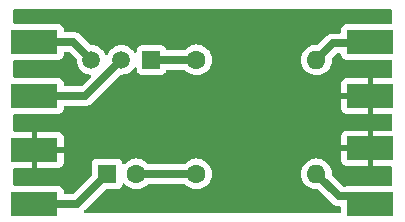
<source format=gbr>
%TF.GenerationSoftware,KiCad,Pcbnew,7.0.9*%
%TF.CreationDate,2024-01-11T06:03:18-08:00*%
%TF.ProjectId,genesis_s-video_simple,67656e65-7369-4735-9f73-2d766964656f,rev?*%
%TF.SameCoordinates,Original*%
%TF.FileFunction,Copper,L1,Top*%
%TF.FilePolarity,Positive*%
%FSLAX46Y46*%
G04 Gerber Fmt 4.6, Leading zero omitted, Abs format (unit mm)*
G04 Created by KiCad (PCBNEW 7.0.9) date 2024-01-11 06:03:18*
%MOMM*%
%LPD*%
G01*
G04 APERTURE LIST*
%TA.AperFunction,ComponentPad*%
%ADD10C,1.500000*%
%TD*%
%TA.AperFunction,ComponentPad*%
%ADD11R,1.500000X1.500000*%
%TD*%
%TA.AperFunction,SMDPad,CuDef*%
%ADD12R,4.006000X2.000000*%
%TD*%
%TA.AperFunction,ComponentPad*%
%ADD13R,1.600000X1.600000*%
%TD*%
%TA.AperFunction,ComponentPad*%
%ADD14C,1.600000*%
%TD*%
%TA.AperFunction,ComponentPad*%
%ADD15O,1.600000X1.600000*%
%TD*%
%TA.AperFunction,ViaPad*%
%ADD16C,0.800000*%
%TD*%
%TA.AperFunction,Conductor*%
%ADD17C,0.650000*%
%TD*%
G04 APERTURE END LIST*
D10*
%TO.P,Q1,3,C*%
%TO.N,+5V*%
X112522000Y-80772000D03*
%TO.P,Q1,2,B*%
%TO.N,Net-(J1-Pin_1)*%
X115062000Y-80772000D03*
D11*
%TO.P,Q1,1,E*%
%TO.N,Net-(Q2-E)*%
X117602000Y-80772000D03*
%TD*%
D12*
%TO.P,J8,1,Pin_1*%
%TO.N,GND*%
X136141000Y-83820000D03*
%TD*%
%TO.P,J6,1,Pin_1*%
%TO.N,GND*%
X107693000Y-88392000D03*
%TD*%
%TO.P,J5,1,Pin_1*%
%TO.N,Net-(J5-Pin_1)*%
X136141000Y-92964000D03*
%TD*%
%TO.P,J2,1,Pin_1*%
%TO.N,Net-(J2-Pin_1)*%
X107696000Y-92964000D03*
%TD*%
%TO.P,J4,1,Pin_1*%
%TO.N,Net-(J4-Pin_1)*%
X136141000Y-79248000D03*
%TD*%
D13*
%TO.P,C1,1*%
%TO.N,Net-(J2-Pin_1)*%
X113832000Y-90424000D03*
D14*
%TO.P,C1,2*%
%TO.N,Net-(C1-Pad2)*%
X116332000Y-90424000D03*
%TD*%
D12*
%TO.P,J7,1,Pin_1*%
%TO.N,GND*%
X136144000Y-88265000D03*
%TD*%
%TO.P,J3,1,Pin_1*%
%TO.N,+5V*%
X107696000Y-79248000D03*
%TD*%
D14*
%TO.P,R2,1*%
%TO.N,Net-(Q2-E)*%
X121412000Y-80772000D03*
D15*
%TO.P,R2,2*%
%TO.N,Net-(J4-Pin_1)*%
X131572000Y-80772000D03*
%TD*%
D14*
%TO.P,R1,1*%
%TO.N,Net-(C1-Pad2)*%
X121412000Y-90424000D03*
D15*
%TO.P,R1,2*%
%TO.N,Net-(J5-Pin_1)*%
X131572000Y-90424000D03*
%TD*%
D12*
%TO.P,J1,1,Pin_1*%
%TO.N,Net-(J1-Pin_1)*%
X107696000Y-83820000D03*
%TD*%
D16*
%TO.N,GND*%
X128524000Y-90424000D03*
X124460000Y-90424000D03*
X110236000Y-81534000D03*
X128524000Y-80772000D03*
X124460000Y-80772000D03*
%TD*%
D17*
%TO.N,Net-(J5-Pin_1)*%
X135506000Y-92329000D02*
X136141000Y-92964000D01*
X131572000Y-90424000D02*
X133477000Y-92329000D01*
X133477000Y-92329000D02*
X135506000Y-92329000D01*
%TO.N,Net-(C1-Pad2)*%
X116332000Y-90424000D02*
X121412000Y-90424000D01*
%TO.N,Net-(J2-Pin_1)*%
X111292000Y-92964000D02*
X113832000Y-90424000D01*
X107696000Y-92964000D02*
X111292000Y-92964000D01*
%TO.N,Net-(J4-Pin_1)*%
X136014000Y-79375000D02*
X136141000Y-79248000D01*
X132969000Y-79375000D02*
X136014000Y-79375000D01*
X131572000Y-80772000D02*
X132969000Y-79375000D01*
%TO.N,Net-(Q2-E)*%
X117602000Y-80772000D02*
X121412000Y-80772000D01*
%TO.N,Net-(J1-Pin_1)*%
X107696000Y-83820000D02*
X112014000Y-83820000D01*
X112014000Y-83820000D02*
X115062000Y-80772000D01*
%TO.N,+5V*%
X110998000Y-79248000D02*
X112522000Y-80772000D01*
X107696000Y-79248000D02*
X110998000Y-79248000D01*
%TD*%
%TA.AperFunction,Conductor*%
%TO.N,GND*%
G36*
X137890439Y-76473685D02*
G01*
X137936194Y-76526489D01*
X137947400Y-76578000D01*
X137947400Y-77623500D01*
X137927715Y-77690539D01*
X137874911Y-77736294D01*
X137823400Y-77747500D01*
X134090129Y-77747500D01*
X134090123Y-77747501D01*
X134030516Y-77753908D01*
X133895671Y-77804202D01*
X133895664Y-77804206D01*
X133780455Y-77890452D01*
X133780452Y-77890455D01*
X133694206Y-78005664D01*
X133694202Y-78005671D01*
X133643908Y-78140517D01*
X133637501Y-78200116D01*
X133637501Y-78200123D01*
X133637500Y-78200135D01*
X133637500Y-78425500D01*
X133617815Y-78492539D01*
X133565011Y-78538294D01*
X133513500Y-78549500D01*
X133005073Y-78549500D01*
X133000038Y-78549295D01*
X132946516Y-78544936D01*
X132868639Y-78555547D01*
X132790492Y-78564046D01*
X132787208Y-78564769D01*
X132771832Y-78568372D01*
X132768602Y-78569176D01*
X132694819Y-78596282D01*
X132620337Y-78621378D01*
X132617304Y-78622781D01*
X132602989Y-78629641D01*
X132600061Y-78631093D01*
X132533822Y-78673433D01*
X132466483Y-78713950D01*
X132466481Y-78713951D01*
X132466474Y-78713956D01*
X132463812Y-78715979D01*
X132451311Y-78725753D01*
X132448764Y-78727800D01*
X132393181Y-78783384D01*
X132336127Y-78837427D01*
X132333929Y-78840015D01*
X132321451Y-78855113D01*
X131739815Y-79436749D01*
X131678492Y-79470234D01*
X131641329Y-79472596D01*
X131572004Y-79466532D01*
X131571998Y-79466532D01*
X131345313Y-79486364D01*
X131345302Y-79486366D01*
X131125511Y-79545258D01*
X131125502Y-79545261D01*
X130919267Y-79641431D01*
X130919265Y-79641432D01*
X130732858Y-79771954D01*
X130571954Y-79932858D01*
X130441432Y-80119265D01*
X130441431Y-80119267D01*
X130345261Y-80325502D01*
X130345258Y-80325511D01*
X130286366Y-80545302D01*
X130286364Y-80545313D01*
X130266532Y-80771998D01*
X130266532Y-80772001D01*
X130286364Y-80998686D01*
X130286366Y-80998697D01*
X130345258Y-81218488D01*
X130345261Y-81218497D01*
X130441431Y-81424732D01*
X130441432Y-81424734D01*
X130571954Y-81611141D01*
X130732858Y-81772045D01*
X130732861Y-81772047D01*
X130919266Y-81902568D01*
X131125504Y-81998739D01*
X131125509Y-81998740D01*
X131125511Y-81998741D01*
X131160839Y-82008207D01*
X131345308Y-82057635D01*
X131507230Y-82071801D01*
X131571998Y-82077468D01*
X131572000Y-82077468D01*
X131572002Y-82077468D01*
X131628673Y-82072509D01*
X131798692Y-82057635D01*
X132018496Y-81998739D01*
X132224734Y-81902568D01*
X132411139Y-81772047D01*
X132572047Y-81611139D01*
X132702568Y-81424734D01*
X132798739Y-81218496D01*
X132857635Y-80998692D01*
X132877468Y-80772000D01*
X132871402Y-80702670D01*
X132885168Y-80634172D01*
X132907245Y-80604187D01*
X133274615Y-80236819D01*
X133335938Y-80203334D01*
X133362296Y-80200500D01*
X133515864Y-80200500D01*
X133582903Y-80220185D01*
X133628658Y-80272989D01*
X133639154Y-80311248D01*
X133643908Y-80355483D01*
X133694202Y-80490328D01*
X133694206Y-80490335D01*
X133780452Y-80605544D01*
X133780455Y-80605547D01*
X133895664Y-80691793D01*
X133895671Y-80691797D01*
X134030517Y-80742091D01*
X134030516Y-80742091D01*
X134037444Y-80742835D01*
X134090127Y-80748500D01*
X137823400Y-80748499D01*
X137890439Y-80768184D01*
X137936194Y-80820988D01*
X137947400Y-80872499D01*
X137947400Y-82196000D01*
X137927715Y-82263039D01*
X137874911Y-82308794D01*
X137823400Y-82320000D01*
X136391000Y-82320000D01*
X136391000Y-85320000D01*
X137823400Y-85320000D01*
X137890439Y-85339685D01*
X137936194Y-85392489D01*
X137947400Y-85444000D01*
X137947400Y-86641000D01*
X137927715Y-86708039D01*
X137874911Y-86753794D01*
X137823400Y-86765000D01*
X136394000Y-86765000D01*
X136394000Y-89765000D01*
X137823400Y-89765000D01*
X137890439Y-89784685D01*
X137936194Y-89837489D01*
X137947400Y-89889000D01*
X137947400Y-91339500D01*
X137927715Y-91406539D01*
X137874911Y-91452294D01*
X137823400Y-91463500D01*
X134090129Y-91463500D01*
X134090123Y-91463501D01*
X134030516Y-91469908D01*
X133961416Y-91495682D01*
X133918083Y-91503500D01*
X133870295Y-91503500D01*
X133803256Y-91483815D01*
X133782614Y-91467181D01*
X132907249Y-90591815D01*
X132873764Y-90530492D01*
X132871402Y-90493330D01*
X132877468Y-90424000D01*
X132857635Y-90197308D01*
X132798739Y-89977504D01*
X132702568Y-89771266D01*
X132572047Y-89584861D01*
X132572045Y-89584858D01*
X132411141Y-89423954D01*
X132224734Y-89293432D01*
X132224732Y-89293431D01*
X132018497Y-89197261D01*
X132018488Y-89197258D01*
X131798697Y-89138366D01*
X131798693Y-89138365D01*
X131798692Y-89138365D01*
X131798691Y-89138364D01*
X131798686Y-89138364D01*
X131572002Y-89118532D01*
X131571998Y-89118532D01*
X131345313Y-89138364D01*
X131345302Y-89138366D01*
X131125511Y-89197258D01*
X131125502Y-89197261D01*
X130919267Y-89293431D01*
X130919265Y-89293432D01*
X130732858Y-89423954D01*
X130571954Y-89584858D01*
X130441432Y-89771265D01*
X130441431Y-89771267D01*
X130345261Y-89977502D01*
X130345258Y-89977511D01*
X130286366Y-90197302D01*
X130286364Y-90197313D01*
X130266532Y-90423998D01*
X130266532Y-90424001D01*
X130286364Y-90650686D01*
X130286366Y-90650697D01*
X130345258Y-90870488D01*
X130345261Y-90870497D01*
X130441431Y-91076732D01*
X130441432Y-91076734D01*
X130571954Y-91263141D01*
X130732858Y-91424045D01*
X130732861Y-91424047D01*
X130919266Y-91554568D01*
X131125504Y-91650739D01*
X131345308Y-91709635D01*
X131507230Y-91723801D01*
X131571998Y-91729468D01*
X131571999Y-91729468D01*
X131571999Y-91729467D01*
X131572000Y-91729468D01*
X131641328Y-91723402D01*
X131709827Y-91737168D01*
X131739816Y-91759249D01*
X132867778Y-92887211D01*
X132871173Y-92890893D01*
X132905956Y-92931843D01*
X132968535Y-92979415D01*
X133029791Y-93028653D01*
X133029795Y-93028655D01*
X133032728Y-93030530D01*
X133045973Y-93038745D01*
X133048904Y-93040509D01*
X133120231Y-93073508D01*
X133155730Y-93091114D01*
X133190650Y-93108433D01*
X133190651Y-93108433D01*
X133190653Y-93108434D01*
X133193896Y-93109625D01*
X133208543Y-93114782D01*
X133211865Y-93115902D01*
X133288621Y-93132796D01*
X133364893Y-93151765D01*
X133368377Y-93152239D01*
X133383759Y-93154123D01*
X133387220Y-93154500D01*
X133465811Y-93154500D01*
X133516861Y-93155883D01*
X133583340Y-93177375D01*
X133627649Y-93231398D01*
X133637501Y-93279837D01*
X133637501Y-93602000D01*
X133617816Y-93669039D01*
X133565012Y-93714794D01*
X133513501Y-93726000D01*
X111999163Y-93726000D01*
X111932124Y-93706315D01*
X111886369Y-93653511D01*
X111876425Y-93584353D01*
X111905450Y-93520797D01*
X111913888Y-93511977D01*
X111924873Y-93501571D01*
X111927126Y-93498917D01*
X111939551Y-93483880D01*
X113662614Y-91760818D01*
X113723937Y-91727333D01*
X113750295Y-91724499D01*
X114679871Y-91724499D01*
X114679872Y-91724499D01*
X114739483Y-91718091D01*
X114874331Y-91667796D01*
X114989546Y-91581546D01*
X115075796Y-91466331D01*
X115126091Y-91331483D01*
X115126092Y-91331472D01*
X115127365Y-91326088D01*
X115161933Y-91265369D01*
X115223841Y-91232978D01*
X115293433Y-91239199D01*
X115335725Y-91266912D01*
X115492858Y-91424045D01*
X115492861Y-91424047D01*
X115679266Y-91554568D01*
X115885504Y-91650739D01*
X116105308Y-91709635D01*
X116267230Y-91723801D01*
X116331998Y-91729468D01*
X116332000Y-91729468D01*
X116332002Y-91729468D01*
X116388807Y-91724498D01*
X116558692Y-91709635D01*
X116778496Y-91650739D01*
X116984734Y-91554568D01*
X117171139Y-91424047D01*
X117204175Y-91391011D01*
X117309368Y-91285819D01*
X117370691Y-91252334D01*
X117397049Y-91249500D01*
X120346951Y-91249500D01*
X120413990Y-91269185D01*
X120434632Y-91285819D01*
X120572858Y-91424045D01*
X120572861Y-91424047D01*
X120759266Y-91554568D01*
X120965504Y-91650739D01*
X121185308Y-91709635D01*
X121347230Y-91723801D01*
X121411998Y-91729468D01*
X121412000Y-91729468D01*
X121412002Y-91729468D01*
X121468807Y-91724498D01*
X121638692Y-91709635D01*
X121858496Y-91650739D01*
X122064734Y-91554568D01*
X122251139Y-91424047D01*
X122412047Y-91263139D01*
X122542568Y-91076734D01*
X122638739Y-90870496D01*
X122697635Y-90650692D01*
X122717468Y-90424000D01*
X122697635Y-90197308D01*
X122638739Y-89977504D01*
X122542568Y-89771266D01*
X122412047Y-89584861D01*
X122412045Y-89584858D01*
X122251141Y-89423954D01*
X122064734Y-89293432D01*
X122064732Y-89293431D01*
X121858497Y-89197261D01*
X121858488Y-89197258D01*
X121638697Y-89138366D01*
X121638693Y-89138365D01*
X121638692Y-89138365D01*
X121638691Y-89138364D01*
X121638686Y-89138364D01*
X121412002Y-89118532D01*
X121411998Y-89118532D01*
X121185313Y-89138364D01*
X121185302Y-89138366D01*
X120965511Y-89197258D01*
X120965502Y-89197261D01*
X120759267Y-89293431D01*
X120759265Y-89293432D01*
X120572858Y-89423954D01*
X120434632Y-89562181D01*
X120373309Y-89595666D01*
X120346951Y-89598500D01*
X117397049Y-89598500D01*
X117330010Y-89578815D01*
X117309368Y-89562181D01*
X117171141Y-89423954D01*
X116984734Y-89293432D01*
X116984732Y-89293431D01*
X116778497Y-89197261D01*
X116778488Y-89197258D01*
X116558697Y-89138366D01*
X116558693Y-89138365D01*
X116558692Y-89138365D01*
X116558691Y-89138364D01*
X116558686Y-89138364D01*
X116332002Y-89118532D01*
X116331998Y-89118532D01*
X116105313Y-89138364D01*
X116105302Y-89138366D01*
X115885511Y-89197258D01*
X115885502Y-89197261D01*
X115679267Y-89293431D01*
X115679265Y-89293432D01*
X115492862Y-89423951D01*
X115335726Y-89581087D01*
X115274403Y-89614571D01*
X115204711Y-89609587D01*
X115148778Y-89567715D01*
X115127369Y-89521923D01*
X115126091Y-89516518D01*
X115097487Y-89439827D01*
X115075796Y-89381669D01*
X115075795Y-89381668D01*
X115075793Y-89381664D01*
X114989547Y-89266455D01*
X114989544Y-89266452D01*
X114874335Y-89180206D01*
X114874328Y-89180202D01*
X114739482Y-89129908D01*
X114739483Y-89129908D01*
X114679883Y-89123501D01*
X114679881Y-89123500D01*
X114679873Y-89123500D01*
X114679864Y-89123500D01*
X112984129Y-89123500D01*
X112984123Y-89123501D01*
X112924516Y-89129908D01*
X112789671Y-89180202D01*
X112789664Y-89180206D01*
X112674455Y-89266452D01*
X112674452Y-89266455D01*
X112588206Y-89381664D01*
X112588202Y-89381671D01*
X112537908Y-89516517D01*
X112531501Y-89576116D01*
X112531500Y-89576135D01*
X112531500Y-90505703D01*
X112511815Y-90572742D01*
X112495181Y-90593384D01*
X110986385Y-92102181D01*
X110925062Y-92135666D01*
X110898704Y-92138500D01*
X110323499Y-92138500D01*
X110256460Y-92118815D01*
X110210705Y-92066011D01*
X110199499Y-92014500D01*
X110199499Y-91916129D01*
X110199498Y-91916123D01*
X110193091Y-91856516D01*
X110142797Y-91721671D01*
X110142793Y-91721664D01*
X110056547Y-91606455D01*
X110056544Y-91606452D01*
X109941335Y-91520206D01*
X109941328Y-91520202D01*
X109806482Y-91469908D01*
X109806483Y-91469908D01*
X109746883Y-91463501D01*
X109746881Y-91463500D01*
X109746873Y-91463500D01*
X109746865Y-91463500D01*
X106042000Y-91463500D01*
X105974961Y-91443815D01*
X105929206Y-91391011D01*
X105918000Y-91339500D01*
X105918000Y-90016000D01*
X105937685Y-89948961D01*
X105990489Y-89903206D01*
X106042000Y-89892000D01*
X107443000Y-89892000D01*
X107443000Y-88642000D01*
X107943000Y-88642000D01*
X107943000Y-89892000D01*
X109743828Y-89892000D01*
X109743844Y-89891999D01*
X109803372Y-89885598D01*
X109803379Y-89885596D01*
X109938086Y-89835354D01*
X109938093Y-89835350D01*
X110053187Y-89749190D01*
X110053190Y-89749187D01*
X110139350Y-89634093D01*
X110139354Y-89634086D01*
X110189596Y-89499379D01*
X110189598Y-89499372D01*
X110195999Y-89439844D01*
X110196000Y-89439827D01*
X110196000Y-88642000D01*
X107943000Y-88642000D01*
X107443000Y-88642000D01*
X107443000Y-88515000D01*
X133641000Y-88515000D01*
X133641000Y-89312844D01*
X133647401Y-89372372D01*
X133647403Y-89372379D01*
X133697645Y-89507086D01*
X133697649Y-89507093D01*
X133783809Y-89622187D01*
X133783812Y-89622190D01*
X133898906Y-89708350D01*
X133898913Y-89708354D01*
X134033620Y-89758596D01*
X134033627Y-89758598D01*
X134093155Y-89764999D01*
X134093172Y-89765000D01*
X135894000Y-89765000D01*
X135894000Y-88515000D01*
X133641000Y-88515000D01*
X107443000Y-88515000D01*
X107443000Y-86892000D01*
X107943000Y-86892000D01*
X107943000Y-88142000D01*
X110196000Y-88142000D01*
X110196000Y-88015000D01*
X133641000Y-88015000D01*
X135894000Y-88015000D01*
X135894000Y-86765000D01*
X134093155Y-86765000D01*
X134033627Y-86771401D01*
X134033620Y-86771403D01*
X133898913Y-86821645D01*
X133898906Y-86821649D01*
X133783812Y-86907809D01*
X133783809Y-86907812D01*
X133697649Y-87022906D01*
X133697645Y-87022913D01*
X133647403Y-87157620D01*
X133647401Y-87157627D01*
X133641000Y-87217155D01*
X133641000Y-88015000D01*
X110196000Y-88015000D01*
X110196000Y-87344172D01*
X110195999Y-87344155D01*
X110189598Y-87284627D01*
X110189596Y-87284620D01*
X110139354Y-87149913D01*
X110139350Y-87149906D01*
X110053190Y-87034812D01*
X110053187Y-87034809D01*
X109938093Y-86948649D01*
X109938086Y-86948645D01*
X109803379Y-86898403D01*
X109803372Y-86898401D01*
X109743844Y-86892000D01*
X107943000Y-86892000D01*
X107443000Y-86892000D01*
X106042000Y-86892000D01*
X105974961Y-86872315D01*
X105929206Y-86819511D01*
X105918000Y-86768000D01*
X105918000Y-85444499D01*
X105937685Y-85377460D01*
X105990489Y-85331705D01*
X106042000Y-85320499D01*
X109746871Y-85320499D01*
X109746872Y-85320499D01*
X109806483Y-85314091D01*
X109941331Y-85263796D01*
X110056546Y-85177546D01*
X110142796Y-85062331D01*
X110193091Y-84927483D01*
X110199500Y-84867873D01*
X110199500Y-84769500D01*
X110219185Y-84702461D01*
X110271989Y-84656706D01*
X110323500Y-84645500D01*
X111977924Y-84645500D01*
X111982958Y-84645705D01*
X112036481Y-84650063D01*
X112036482Y-84650062D01*
X112036485Y-84650063D01*
X112114358Y-84639453D01*
X112192505Y-84630954D01*
X112192508Y-84630953D01*
X112196010Y-84630182D01*
X112210864Y-84626701D01*
X112214386Y-84625824D01*
X112214400Y-84625823D01*
X112288180Y-84598717D01*
X112362662Y-84573622D01*
X112362670Y-84573616D01*
X112365895Y-84572125D01*
X112379796Y-84565463D01*
X112382930Y-84563908D01*
X112382942Y-84563904D01*
X112449170Y-84521571D01*
X112516517Y-84481050D01*
X112516522Y-84481044D01*
X112519329Y-84478911D01*
X112531472Y-84469418D01*
X112534224Y-84467205D01*
X112534233Y-84467200D01*
X112562016Y-84439415D01*
X112589800Y-84411633D01*
X112619154Y-84383826D01*
X112646875Y-84357569D01*
X112646879Y-84357562D01*
X112649126Y-84354917D01*
X112661551Y-84339880D01*
X112931431Y-84070000D01*
X133638000Y-84070000D01*
X133638000Y-84867844D01*
X133644401Y-84927372D01*
X133644403Y-84927379D01*
X133694645Y-85062086D01*
X133694649Y-85062093D01*
X133780809Y-85177187D01*
X133780812Y-85177190D01*
X133895906Y-85263350D01*
X133895913Y-85263354D01*
X134030620Y-85313596D01*
X134030627Y-85313598D01*
X134090155Y-85319999D01*
X134090172Y-85320000D01*
X135891000Y-85320000D01*
X135891000Y-84070000D01*
X133638000Y-84070000D01*
X112931431Y-84070000D01*
X113431431Y-83570000D01*
X133638000Y-83570000D01*
X135891000Y-83570000D01*
X135891000Y-82320000D01*
X134090155Y-82320000D01*
X134030627Y-82326401D01*
X134030620Y-82326403D01*
X133895913Y-82376645D01*
X133895906Y-82376649D01*
X133780812Y-82462809D01*
X133780809Y-82462812D01*
X133694649Y-82577906D01*
X133694645Y-82577913D01*
X133644403Y-82712620D01*
X133644401Y-82712627D01*
X133638000Y-82772155D01*
X133638000Y-83570000D01*
X113431431Y-83570000D01*
X114940338Y-82061094D01*
X115001659Y-82027611D01*
X115038822Y-82025249D01*
X115062000Y-82027277D01*
X115279977Y-82008207D01*
X115491330Y-81951575D01*
X115689639Y-81859102D01*
X115868877Y-81733598D01*
X116023598Y-81578877D01*
X116125928Y-81432734D01*
X116180502Y-81389112D01*
X116250000Y-81381918D01*
X116312355Y-81413441D01*
X116347769Y-81473670D01*
X116351500Y-81503858D01*
X116351500Y-81569869D01*
X116351501Y-81569876D01*
X116357908Y-81629483D01*
X116408202Y-81764328D01*
X116408206Y-81764335D01*
X116494452Y-81879544D01*
X116494455Y-81879547D01*
X116609664Y-81965793D01*
X116609671Y-81965797D01*
X116744517Y-82016091D01*
X116744516Y-82016091D01*
X116751444Y-82016835D01*
X116804127Y-82022500D01*
X118399872Y-82022499D01*
X118459483Y-82016091D01*
X118594331Y-81965796D01*
X118709546Y-81879546D01*
X118795796Y-81764331D01*
X118808559Y-81730111D01*
X118827934Y-81678166D01*
X118869806Y-81622233D01*
X118935270Y-81597816D01*
X118944116Y-81597500D01*
X120346951Y-81597500D01*
X120413990Y-81617185D01*
X120434632Y-81633819D01*
X120572858Y-81772045D01*
X120572861Y-81772047D01*
X120759266Y-81902568D01*
X120965504Y-81998739D01*
X120965509Y-81998740D01*
X120965511Y-81998741D01*
X121000839Y-82008207D01*
X121185308Y-82057635D01*
X121347230Y-82071801D01*
X121411998Y-82077468D01*
X121412000Y-82077468D01*
X121412002Y-82077468D01*
X121468673Y-82072509D01*
X121638692Y-82057635D01*
X121858496Y-81998739D01*
X122064734Y-81902568D01*
X122251139Y-81772047D01*
X122412047Y-81611139D01*
X122542568Y-81424734D01*
X122638739Y-81218496D01*
X122697635Y-80998692D01*
X122717468Y-80772000D01*
X122697635Y-80545308D01*
X122638739Y-80325504D01*
X122542568Y-80119266D01*
X122434637Y-79965123D01*
X122412045Y-79932858D01*
X122251141Y-79771954D01*
X122064734Y-79641432D01*
X122064732Y-79641431D01*
X121858497Y-79545261D01*
X121858488Y-79545258D01*
X121638697Y-79486366D01*
X121638693Y-79486365D01*
X121638692Y-79486365D01*
X121638691Y-79486364D01*
X121638686Y-79486364D01*
X121412002Y-79466532D01*
X121411998Y-79466532D01*
X121185313Y-79486364D01*
X121185302Y-79486366D01*
X120965511Y-79545258D01*
X120965502Y-79545261D01*
X120759267Y-79641431D01*
X120759265Y-79641432D01*
X120572858Y-79771954D01*
X120434632Y-79910181D01*
X120373309Y-79943666D01*
X120346951Y-79946500D01*
X118944115Y-79946500D01*
X118877076Y-79926815D01*
X118831321Y-79874011D01*
X118827933Y-79865833D01*
X118795797Y-79779671D01*
X118795793Y-79779664D01*
X118709547Y-79664455D01*
X118709544Y-79664452D01*
X118594335Y-79578206D01*
X118594328Y-79578202D01*
X118459482Y-79527908D01*
X118459483Y-79527908D01*
X118399883Y-79521501D01*
X118399881Y-79521500D01*
X118399873Y-79521500D01*
X118399864Y-79521500D01*
X116804129Y-79521500D01*
X116804123Y-79521501D01*
X116744516Y-79527908D01*
X116609671Y-79578202D01*
X116609664Y-79578206D01*
X116494455Y-79664452D01*
X116494452Y-79664455D01*
X116408206Y-79779664D01*
X116408202Y-79779671D01*
X116357908Y-79914517D01*
X116351501Y-79974116D01*
X116351500Y-79974135D01*
X116351500Y-80040138D01*
X116331815Y-80107177D01*
X116279011Y-80152932D01*
X116209853Y-80162876D01*
X116146297Y-80133851D01*
X116125925Y-80111261D01*
X116023599Y-79965124D01*
X115968656Y-79910181D01*
X115868877Y-79810402D01*
X115689639Y-79684898D01*
X115689640Y-79684898D01*
X115689638Y-79684897D01*
X115590484Y-79638661D01*
X115491330Y-79592425D01*
X115491326Y-79592424D01*
X115491322Y-79592422D01*
X115279977Y-79535793D01*
X115062002Y-79516723D01*
X115061998Y-79516723D01*
X114934151Y-79527908D01*
X114844023Y-79535793D01*
X114844020Y-79535793D01*
X114632677Y-79592422D01*
X114632668Y-79592426D01*
X114434361Y-79684898D01*
X114434357Y-79684900D01*
X114255121Y-79810402D01*
X114100402Y-79965121D01*
X113974900Y-80144357D01*
X113974898Y-80144361D01*
X113904382Y-80295583D01*
X113858209Y-80348022D01*
X113791016Y-80367174D01*
X113724135Y-80346958D01*
X113679618Y-80295583D01*
X113665118Y-80264488D01*
X113609102Y-80144362D01*
X113609100Y-80144359D01*
X113609099Y-80144357D01*
X113483599Y-79965124D01*
X113428656Y-79910181D01*
X113328877Y-79810402D01*
X113149639Y-79684898D01*
X113149640Y-79684898D01*
X113149638Y-79684897D01*
X113050484Y-79638661D01*
X112951330Y-79592425D01*
X112951326Y-79592424D01*
X112951322Y-79592422D01*
X112739977Y-79535793D01*
X112522002Y-79516723D01*
X112521996Y-79516723D01*
X112498823Y-79518750D01*
X112430324Y-79504982D01*
X112400337Y-79482903D01*
X112354183Y-79436749D01*
X111607214Y-78689780D01*
X111603811Y-78686088D01*
X111569044Y-78645156D01*
X111506474Y-78597593D01*
X111445214Y-78548350D01*
X111442349Y-78546519D01*
X111428981Y-78538227D01*
X111426099Y-78536493D01*
X111354751Y-78503483D01*
X111284350Y-78468568D01*
X111284345Y-78468566D01*
X111281091Y-78467371D01*
X111266400Y-78462197D01*
X111263139Y-78461099D01*
X111186362Y-78444199D01*
X111110100Y-78425234D01*
X111106668Y-78424766D01*
X111091184Y-78422870D01*
X111087780Y-78422500D01*
X111087779Y-78422500D01*
X111087777Y-78422500D01*
X111009189Y-78422500D01*
X111007219Y-78422446D01*
X110930610Y-78420370D01*
X110927200Y-78420648D01*
X110907725Y-78422500D01*
X110323499Y-78422500D01*
X110256460Y-78402815D01*
X110210705Y-78350011D01*
X110199499Y-78298500D01*
X110199499Y-78200129D01*
X110199498Y-78200123D01*
X110199497Y-78200116D01*
X110193091Y-78140517D01*
X110142796Y-78005669D01*
X110142795Y-78005668D01*
X110142793Y-78005664D01*
X110056547Y-77890455D01*
X110056544Y-77890452D01*
X109941335Y-77804206D01*
X109941328Y-77804202D01*
X109806482Y-77753908D01*
X109806483Y-77753908D01*
X109746883Y-77747501D01*
X109746881Y-77747500D01*
X109746873Y-77747500D01*
X109746865Y-77747500D01*
X106042000Y-77747500D01*
X105974961Y-77727815D01*
X105929206Y-77675011D01*
X105918000Y-77623500D01*
X105918000Y-76578000D01*
X105937685Y-76510961D01*
X105990489Y-76465206D01*
X106042000Y-76454000D01*
X137823400Y-76454000D01*
X137890439Y-76473685D01*
G37*
%TD.AperFunction*%
%TA.AperFunction,Conductor*%
G36*
X110671744Y-80093185D02*
G01*
X110692386Y-80109819D01*
X111232903Y-80650336D01*
X111266388Y-80711659D01*
X111268750Y-80748822D01*
X111266723Y-80771995D01*
X111266723Y-80772002D01*
X111285793Y-80989975D01*
X111285793Y-80989979D01*
X111342422Y-81201322D01*
X111342424Y-81201326D01*
X111342425Y-81201330D01*
X111388661Y-81300484D01*
X111434897Y-81399638D01*
X111459998Y-81435486D01*
X111560402Y-81578877D01*
X111715123Y-81733598D01*
X111894361Y-81859102D01*
X112092670Y-81951575D01*
X112304023Y-82008207D01*
X112364947Y-82013537D01*
X112430014Y-82038987D01*
X112470993Y-82095578D01*
X112474872Y-82165340D01*
X112441820Y-82224745D01*
X111708385Y-82958181D01*
X111647062Y-82991666D01*
X111620704Y-82994500D01*
X110323499Y-82994500D01*
X110256460Y-82974815D01*
X110210705Y-82922011D01*
X110199499Y-82870500D01*
X110199499Y-82772129D01*
X110199498Y-82772123D01*
X110193091Y-82712516D01*
X110142797Y-82577671D01*
X110142793Y-82577664D01*
X110056547Y-82462455D01*
X110056544Y-82462452D01*
X109941335Y-82376206D01*
X109941328Y-82376202D01*
X109806482Y-82325908D01*
X109806483Y-82325908D01*
X109746883Y-82319501D01*
X109746881Y-82319500D01*
X109746873Y-82319500D01*
X109746865Y-82319500D01*
X106042000Y-82319500D01*
X105974961Y-82299815D01*
X105929206Y-82247011D01*
X105918000Y-82195500D01*
X105918000Y-80872499D01*
X105937685Y-80805460D01*
X105990489Y-80759705D01*
X106042000Y-80748499D01*
X109746871Y-80748499D01*
X109746872Y-80748499D01*
X109806483Y-80742091D01*
X109941331Y-80691796D01*
X110056546Y-80605546D01*
X110142796Y-80490331D01*
X110193091Y-80355483D01*
X110199500Y-80295873D01*
X110199500Y-80197500D01*
X110219185Y-80130461D01*
X110271989Y-80084706D01*
X110323500Y-80073500D01*
X110604705Y-80073500D01*
X110671744Y-80093185D01*
G37*
%TD.AperFunction*%
%TD*%
M02*

</source>
